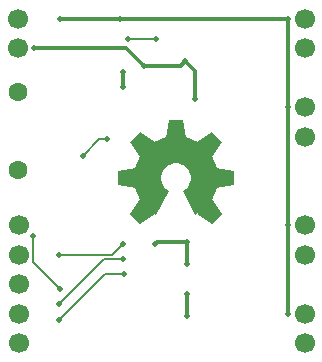
<source format=gbl>
G04 (created by PCBNEW-RS274X (2012-01-19 BZR 3256)-stable) date 11/26/2012 8:22:25 AM*
G01*
G70*
G90*
%MOIN*%
G04 Gerber Fmt 3.4, Leading zero omitted, Abs format*
%FSLAX34Y34*%
G04 APERTURE LIST*
%ADD10C,0.006000*%
%ADD11C,0.066900*%
%ADD12C,0.063000*%
%ADD13C,0.020000*%
%ADD14C,0.011800*%
%ADD15C,0.006100*%
G04 APERTURE END LIST*
G54D10*
G54D11*
X61220Y-39606D03*
X51693Y-42559D03*
X51693Y-41575D03*
X51693Y-40591D03*
X51693Y-39606D03*
X51693Y-38622D03*
X51654Y-31732D03*
X51654Y-32717D03*
X61220Y-31732D03*
X61220Y-32717D03*
X61220Y-34685D03*
X61220Y-35669D03*
X61220Y-38622D03*
X61220Y-42559D03*
X61220Y-41575D03*
G54D12*
X51664Y-36771D03*
X51664Y-34173D03*
G54D10*
G36*
X56587Y-35702D02*
X56697Y-35112D01*
X57161Y-35112D01*
X57271Y-35702D01*
X56587Y-35702D01*
X56587Y-35702D01*
G37*
G36*
X55737Y-36338D02*
X55397Y-35843D01*
X55725Y-35515D01*
X56220Y-35855D01*
X55737Y-36338D01*
X55737Y-36338D01*
G37*
G36*
X55584Y-37389D02*
X54994Y-37279D01*
X54994Y-36815D01*
X55584Y-36705D01*
X55584Y-37389D01*
X55584Y-37389D01*
G37*
G36*
X56220Y-38239D02*
X55725Y-38579D01*
X55397Y-38251D01*
X55737Y-37756D01*
X56220Y-38239D01*
X56220Y-38239D01*
G37*
G36*
X57638Y-35855D02*
X58133Y-35515D01*
X58461Y-35843D01*
X58121Y-36338D01*
X57638Y-35855D01*
X57638Y-35855D01*
G37*
G36*
X58274Y-36705D02*
X58864Y-36815D01*
X58864Y-37279D01*
X58274Y-37389D01*
X58274Y-36705D01*
X58274Y-36705D01*
G37*
G36*
X58121Y-37756D02*
X58461Y-38251D01*
X58133Y-38579D01*
X57638Y-38239D01*
X58121Y-37756D01*
X58121Y-37756D01*
G37*
G36*
X56798Y-36555D02*
X56634Y-35653D01*
X57224Y-35653D01*
X57060Y-36555D01*
X56798Y-36555D01*
X56798Y-36555D01*
G37*
G36*
X56995Y-36543D02*
X57189Y-35646D01*
X57734Y-35872D01*
X57237Y-36643D01*
X56995Y-36543D01*
X56995Y-36543D01*
G37*
G36*
X56621Y-36643D02*
X56124Y-35872D01*
X56669Y-35646D01*
X56863Y-36543D01*
X56621Y-36643D01*
X56621Y-36643D01*
G37*
G36*
X56489Y-36793D02*
X55735Y-36271D01*
X56153Y-35853D01*
X56675Y-36607D01*
X56489Y-36793D01*
X56489Y-36793D01*
G37*
G36*
X57183Y-36607D02*
X57705Y-35853D01*
X58123Y-36271D01*
X57369Y-36793D01*
X57183Y-36607D01*
X57183Y-36607D01*
G37*
G36*
X56425Y-36981D02*
X55528Y-36787D01*
X55754Y-36242D01*
X56525Y-36739D01*
X56425Y-36981D01*
X56425Y-36981D01*
G37*
G36*
X57333Y-36739D02*
X58104Y-36242D01*
X58330Y-36787D01*
X57433Y-36981D01*
X57333Y-36739D01*
X57333Y-36739D01*
G37*
G36*
X56437Y-37178D02*
X55535Y-37342D01*
X55535Y-36752D01*
X56437Y-36916D01*
X56437Y-37178D01*
X56437Y-37178D01*
G37*
G36*
X57421Y-36916D02*
X58323Y-36752D01*
X58323Y-37342D01*
X57421Y-37178D01*
X57421Y-36916D01*
X57421Y-36916D01*
G37*
G36*
X57433Y-37113D02*
X58330Y-37307D01*
X58104Y-37852D01*
X57333Y-37355D01*
X57433Y-37113D01*
X57433Y-37113D01*
G37*
G36*
X56525Y-37355D02*
X55754Y-37852D01*
X55528Y-37307D01*
X56425Y-37113D01*
X56525Y-37355D01*
X56525Y-37355D01*
G37*
G36*
X56675Y-37487D02*
X56153Y-38241D01*
X55735Y-37823D01*
X56489Y-37301D01*
X56675Y-37487D01*
X56675Y-37487D01*
G37*
G36*
X57369Y-37301D02*
X58123Y-37823D01*
X57705Y-38241D01*
X57183Y-37487D01*
X57369Y-37301D01*
X57369Y-37301D01*
G37*
G36*
X57256Y-37420D02*
X57825Y-38125D01*
X57580Y-38288D01*
X57148Y-37492D01*
X57256Y-37420D01*
X57256Y-37420D01*
G37*
G36*
X56710Y-37492D02*
X56278Y-38288D01*
X56033Y-38125D01*
X56602Y-37420D01*
X56710Y-37492D01*
X56710Y-37492D01*
G37*
G54D13*
X57244Y-33150D03*
X56220Y-39252D03*
X53031Y-39606D03*
X55157Y-39252D03*
X52205Y-32717D03*
X57283Y-40906D03*
X57283Y-39173D03*
X57559Y-34409D03*
X57283Y-39921D03*
X55866Y-33307D03*
X57283Y-41654D03*
X55315Y-32402D03*
X56260Y-32402D03*
X53031Y-41772D03*
X55197Y-40236D03*
X53031Y-41260D03*
X55157Y-39764D03*
X52165Y-38976D03*
X53071Y-40748D03*
X60669Y-31732D03*
X60669Y-41575D03*
X55079Y-31732D03*
X53071Y-31732D03*
X53819Y-36299D03*
X55157Y-34016D03*
X54646Y-35748D03*
X60669Y-38622D03*
X60669Y-34685D03*
X55157Y-33504D03*
G54D14*
X57087Y-33307D02*
X55866Y-33307D01*
X56299Y-39173D02*
X57283Y-39173D01*
X56220Y-39252D02*
X56299Y-39173D01*
X55866Y-33307D02*
X55276Y-32717D01*
G54D15*
X54803Y-39606D02*
X55157Y-39252D01*
G54D14*
X55276Y-32717D02*
X52205Y-32717D01*
X57244Y-33150D02*
X57559Y-33465D01*
X57559Y-33465D02*
X57559Y-34409D01*
G54D15*
X53031Y-39606D02*
X54803Y-39606D01*
G54D14*
X57283Y-40906D02*
X57283Y-41654D01*
X57244Y-33150D02*
X57087Y-33307D01*
X57283Y-39173D02*
X57283Y-39921D01*
G54D15*
X56260Y-32402D02*
X55315Y-32402D01*
X54567Y-40236D02*
X55197Y-40236D01*
X53031Y-41772D02*
X54567Y-40236D01*
X53031Y-41260D02*
X54527Y-39764D01*
X54527Y-39764D02*
X55157Y-39764D01*
X52165Y-38976D02*
X52165Y-39842D01*
X52165Y-39842D02*
X53071Y-40748D01*
G54D14*
X55079Y-31732D02*
X60669Y-31732D01*
X60669Y-38622D02*
X60669Y-41575D01*
X53071Y-31732D02*
X55079Y-31732D01*
X60669Y-34685D02*
X60669Y-38622D01*
X60669Y-31732D02*
X60669Y-34685D01*
G54D15*
X53819Y-36299D02*
X54370Y-35748D01*
G54D14*
X55157Y-34016D02*
X55157Y-33504D01*
G54D15*
X54370Y-35748D02*
X54646Y-35748D01*
M02*

</source>
